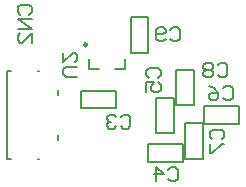
<source format=gbo>
G04*
G04 #@! TF.GenerationSoftware,Altium Limited,Altium Designer,22.4.2 (48)*
G04*
G04 Layer_Color=32896*
%FSLAX26Y26*%
%MOIN*%
G70*
G04*
G04 #@! TF.SameCoordinates,6CEC26E3-1FB6-4E6F-AFBB-73261986176E*
G04*
G04*
G04 #@! TF.FilePolarity,Positive*
G04*
G01*
G75*
%ADD10C,0.009842*%
%ADD13C,0.007874*%
D10*
X267716Y785433D02*
G03*
X267716Y785433I-4921J0D01*
G01*
D13*
X413386Y876968D02*
X472441D01*
Y758858D02*
Y876968D01*
X413386Y758858D02*
X472441D01*
X413386D02*
Y876968D01*
X272638Y704724D02*
Y736221D01*
Y704724D02*
X306102D01*
X394685D02*
Y736221D01*
X361220Y704724D02*
X394685D01*
X246063Y572835D02*
Y631890D01*
X364173D01*
Y572835D02*
Y631890D01*
X246063Y572835D02*
X364173D01*
X103347Y698819D02*
X107284D01*
X103347Y403543D02*
X107284D01*
X984D02*
X12795D01*
X984Y698819D02*
X12795D01*
X984Y403543D02*
Y698819D01*
X170276Y618110D02*
Y633858D01*
Y468504D02*
Y484252D01*
X563976Y582677D02*
X623032D01*
X563976D02*
Y700787D01*
X623032D01*
Y582677D02*
Y700787D01*
X498031Y490158D02*
Y608268D01*
Y490158D02*
X557087D01*
Y608268D01*
X498031D02*
X557087D01*
X657480Y521654D02*
X775591D01*
Y580709D01*
X657480D02*
X775591D01*
X657480Y521654D02*
Y580709D01*
X587598Y395669D02*
Y454724D01*
X469488Y395669D02*
X587598D01*
X469488D02*
Y454724D01*
X587598D01*
X595472Y405512D02*
Y523622D01*
Y405512D02*
X654528D01*
Y523622D01*
X595472D02*
X654528D01*
X545273Y835625D02*
X553144Y843496D01*
X568887D01*
X576759Y835625D01*
Y804139D01*
X568887Y796268D01*
X553144D01*
X545273Y804139D01*
X529530D02*
X521659Y796268D01*
X505916D01*
X498044Y804139D01*
Y835625D01*
X505916Y843496D01*
X521659D01*
X529530Y835625D01*
Y827753D01*
X521659Y819882D01*
X498044D01*
X702753Y716530D02*
X710625Y724402D01*
X726368D01*
X734239Y716530D01*
Y685044D01*
X726368Y677173D01*
X710625D01*
X702753Y685044D01*
X687010Y716530D02*
X679139Y724402D01*
X663396D01*
X655524Y716530D01*
Y708659D01*
X663396Y700787D01*
X655524Y692916D01*
Y685044D01*
X663396Y677173D01*
X679139D01*
X687010Y685044D01*
Y692916D01*
X679139Y700787D01*
X687010Y708659D01*
Y716530D01*
X679139Y700787D02*
X663396D01*
X685044Y470470D02*
X677173Y478341D01*
Y494084D01*
X685044Y501956D01*
X716530D01*
X724402Y494084D01*
Y478341D01*
X716530Y470470D01*
X677173Y454727D02*
Y423241D01*
X685044D01*
X716530Y454727D01*
X724402D01*
X721454Y639759D02*
X729326Y647630D01*
X745068D01*
X752940Y639759D01*
Y608273D01*
X745068Y600401D01*
X729326D01*
X721454Y608273D01*
X674225Y647630D02*
X689968Y639759D01*
X705711Y624016D01*
Y608273D01*
X697840Y600401D01*
X682097D01*
X674225Y608273D01*
Y616144D01*
X682097Y624016D01*
X705711D01*
X235229Y679146D02*
X195871D01*
X188000Y687018D01*
Y702761D01*
X195871Y710632D01*
X235229D01*
X188000Y757861D02*
Y726375D01*
X219486Y757861D01*
X227357D01*
X235229Y749990D01*
Y734247D01*
X227357Y726375D01*
X44296Y885816D02*
X36425Y893688D01*
Y909431D01*
X44296Y917302D01*
X75782D01*
X83654Y909431D01*
Y893688D01*
X75782Y885816D01*
X83654Y870073D02*
X36425D01*
X83654Y838588D01*
X36425D01*
X83654Y791359D02*
Y822845D01*
X52168Y791359D01*
X44296D01*
X36425Y799230D01*
Y814973D01*
X44296Y822845D01*
X473430Y675194D02*
X465559Y683066D01*
Y698809D01*
X473430Y706680D01*
X504916D01*
X512788Y698809D01*
Y683066D01*
X504916Y675194D01*
X465559Y627965D02*
Y659451D01*
X489173D01*
X481302Y643708D01*
Y635837D01*
X489173Y627965D01*
X504916D01*
X512788Y635837D01*
Y651580D01*
X504916Y659451D01*
X538383Y369089D02*
X546255Y376961D01*
X561998D01*
X569869Y369089D01*
Y337604D01*
X561998Y329732D01*
X546255D01*
X538383Y337604D01*
X499026Y329732D02*
Y376961D01*
X522640Y353346D01*
X491154D01*
X379919Y544286D02*
X387790Y552158D01*
X403533D01*
X411404Y544286D01*
Y512800D01*
X403533Y504929D01*
X387790D01*
X379919Y512800D01*
X364176Y544286D02*
X356304Y552158D01*
X340561D01*
X332690Y544286D01*
Y536415D01*
X340561Y528543D01*
X348433D01*
X340561D01*
X332690Y520672D01*
Y512800D01*
X340561Y504929D01*
X356304D01*
X364176Y512800D01*
M02*

</source>
